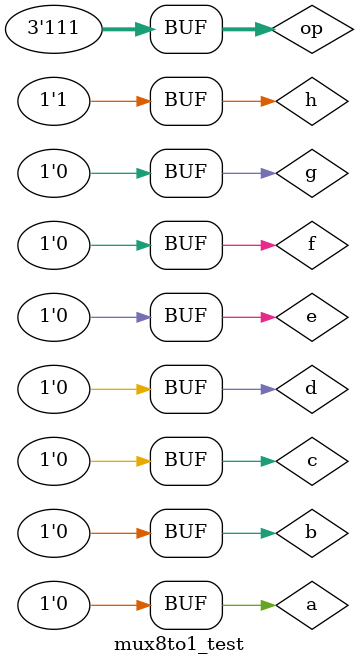
<source format=v>
`define DELAY 20
module mux8to1_test(); 
	reg a,b,c,d,e,f,g,h;
	wire sum;
	reg [2:0] op;
	
	mux8to1 fatb (a,b,c,d,e,f,g,h,op,sum);

	initial begin
		a = 1'b1; b = 1'b0;c = 1'b0; d = 1'b0;e = 1'b0; f = 1'b0;g = 1'b0; h = 1'b0; op = 3'b000;
		#`DELAY;
		a = 1'b0; b = 1'b1;c = 1'b0; d = 1'b0;e = 1'b0; f = 1'b0;g = 1'b0; h = 1'b0; op = 3'b001;
		#`DELAY;
		a = 1'b0; b = 1'b0;c = 1'b1; d = 1'b0;e = 1'b0; f = 1'b0;g = 1'b0; h = 1'b0; op = 3'b010;
		#`DELAY;
		a = 1'b0; b = 1'b0;c = 1'b0; d = 1'b1;e = 1'b0; f = 1'b0;g = 1'b0; h = 1'b0; op = 3'b011;
		#`DELAY;
		a = 1'b0; b = 1'b0;c = 1'b0; d = 1'b0;e = 1'b1; f = 1'b0;g = 1'b0; h = 1'b0; op = 3'b100;
		#`DELAY;
		a = 1'b0; b = 1'b0;c = 1'b0; d = 1'b0;e = 1'b0; f = 1'b1;g = 1'b0; h = 1'b0; op = 3'b101;
		#`DELAY;
		a = 1'b0; b = 1'b0;c = 1'b0; d = 1'b0;e = 1'b0; f = 1'b0;g = 1'b1; h = 1'b0; op = 3'b110;
		#`DELAY;
		a = 1'b0; b = 1'b0;c = 1'b0; d = 1'b0;e = 1'b0; f = 1'b0;g = 1'b0; h = 1'b1; op = 3'b111;
	end
	 
	 
	initial begin
		$monitor("time = %2d, a =%1b, b=%1b,c =%1b, d=%1b,e =%1b, f=%1b,g =%1b, h=%1b, op=%3b, sum=%1b", $time,a,b,c,d,e,f,g,h, op, sum);
	end
 
endmodule
</source>
